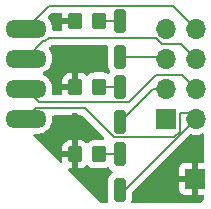
<source format=gbr>
%TF.GenerationSoftware,KiCad,Pcbnew,8.0.6*%
%TF.CreationDate,2025-01-04T22:08:08+01:00*%
%TF.ProjectId,hall-tester,68616c6c-2d74-4657-9374-65722e6b6963,rev?*%
%TF.SameCoordinates,Original*%
%TF.FileFunction,Copper,L1,Top*%
%TF.FilePolarity,Positive*%
%FSLAX46Y46*%
G04 Gerber Fmt 4.6, Leading zero omitted, Abs format (unit mm)*
G04 Created by KiCad (PCBNEW 8.0.6) date 2025-01-04 22:08:08*
%MOMM*%
%LPD*%
G01*
G04 APERTURE LIST*
G04 Aperture macros list*
%AMRoundRect*
0 Rectangle with rounded corners*
0 $1 Rounding radius*
0 $2 $3 $4 $5 $6 $7 $8 $9 X,Y pos of 4 corners*
0 Add a 4 corners polygon primitive as box body*
4,1,4,$2,$3,$4,$5,$6,$7,$8,$9,$2,$3,0*
0 Add four circle primitives for the rounded corners*
1,1,$1+$1,$2,$3*
1,1,$1+$1,$4,$5*
1,1,$1+$1,$6,$7*
1,1,$1+$1,$8,$9*
0 Add four rect primitives between the rounded corners*
20,1,$1+$1,$2,$3,$4,$5,0*
20,1,$1+$1,$4,$5,$6,$7,0*
20,1,$1+$1,$6,$7,$8,$9,0*
20,1,$1+$1,$8,$9,$2,$3,0*%
G04 Aperture macros list end*
%TA.AperFunction,ComponentPad*%
%ADD10O,1.700000X1.700000*%
%TD*%
%TA.AperFunction,ComponentPad*%
%ADD11R,1.700000X1.700000*%
%TD*%
%TA.AperFunction,SMDPad,CuDef*%
%ADD12RoundRect,0.250000X-0.350000X-0.450000X0.350000X-0.450000X0.350000X0.450000X-0.350000X0.450000X0*%
%TD*%
%TA.AperFunction,SMDPad,CuDef*%
%ADD13RoundRect,0.250000X-0.250000X0.750000X-0.250000X-0.750000X0.250000X-0.750000X0.250000X0.750000X0*%
%TD*%
%TA.AperFunction,SMDPad,CuDef*%
%ADD14O,3.500000X1.524000*%
%TD*%
%TA.AperFunction,ViaPad*%
%ADD15C,0.600000*%
%TD*%
%TA.AperFunction,Conductor*%
%ADD16C,0.200000*%
%TD*%
G04 APERTURE END LIST*
D10*
%TO.P,J1,8,Pin_8*%
%TO.N,Net-(J1-Pin_8)*%
X108015000Y-60960000D03*
%TO.P,J1,7,Pin_7*%
%TO.N,Net-(J1-Pin_7)*%
X105475000Y-60960000D03*
%TO.P,J1,6,Pin_6*%
%TO.N,Net-(J1-Pin_6)*%
X108015000Y-63500000D03*
%TO.P,J1,5,Pin_5*%
%TO.N,Net-(D3-A)*%
X105475000Y-63500000D03*
%TO.P,J1,4,Pin_4*%
%TO.N,Net-(J1-Pin_4)*%
X108015000Y-66040000D03*
%TO.P,J1,3,Pin_3*%
%TO.N,Net-(D2-A)*%
X105475000Y-66040000D03*
%TO.P,J1,2,Pin_2*%
%TO.N,Net-(D1-A)*%
X108015000Y-68580000D03*
D11*
%TO.P,J1,1,Pin_1*%
%TO.N,Net-(J1-Pin_1)*%
X105475000Y-68580000D03*
%TD*%
D12*
%TO.P,R3,1*%
%TO.N,GND*%
X97790000Y-60325000D03*
%TO.P,R3,2*%
%TO.N,Net-(D3-K)*%
X99790000Y-60325000D03*
%TD*%
%TO.P,R2,1*%
%TO.N,GND*%
X97790000Y-65865000D03*
%TO.P,R2,2*%
%TO.N,Net-(D2-K)*%
X99790000Y-65865000D03*
%TD*%
%TO.P,R1,1*%
%TO.N,GND*%
X97790000Y-71580000D03*
%TO.P,R1,2*%
%TO.N,Net-(D1-K)*%
X99790000Y-71580000D03*
%TD*%
D11*
%TO.P,J3,1,Pin_1*%
%TO.N,GND*%
X107950000Y-73660000D03*
%TD*%
D13*
%TO.P,D3,1,K*%
%TO.N,Net-(D3-K)*%
X101568000Y-60325000D03*
%TO.P,D3,2,A*%
%TO.N,Net-(D3-A)*%
X101568000Y-63325000D03*
%TD*%
%TO.P,D2,1,K*%
%TO.N,Net-(D2-K)*%
X101568000Y-65865000D03*
%TO.P,D2,2,A*%
%TO.N,Net-(D2-A)*%
X101568000Y-68865000D03*
%TD*%
%TO.P,D1,1,K*%
%TO.N,Net-(D1-K)*%
X101568000Y-71604000D03*
%TO.P,D1,2,A*%
%TO.N,Net-(D1-A)*%
X101568000Y-74604000D03*
%TD*%
D14*
%TO.P,J2,8,Pin_8*%
%TO.N,Net-(J1-Pin_8)*%
X93599000Y-60960000D03*
%TO.P,J2,6,Pin_6*%
%TO.N,Net-(J1-Pin_6)*%
X93599000Y-63500000D03*
%TO.P,J2,4,Pin_4*%
%TO.N,Net-(J1-Pin_4)*%
X93599000Y-66040000D03*
%TO.P,J2,2,Pin_2*%
%TO.N,Net-(D1-A)*%
X93599000Y-68580000D03*
%TD*%
D15*
%TO.N,GND*%
X97790000Y-68326000D03*
X97790000Y-62865000D03*
X97790000Y-71580000D03*
X97790000Y-65865000D03*
X97790000Y-60325000D03*
%TD*%
D16*
%TO.N,Net-(D1-A)*%
X93599000Y-68580000D02*
X94488000Y-67691000D01*
X94488000Y-67691000D02*
X98609256Y-67691000D01*
X101083256Y-70165000D02*
X106190000Y-70165000D01*
X98609256Y-67691000D02*
X101083256Y-70165000D01*
X106190000Y-70165000D02*
X106625000Y-69730000D01*
X106625000Y-69730000D02*
X106625000Y-68072000D01*
X106625000Y-68072000D02*
X107507000Y-68072000D01*
X107507000Y-68072000D02*
X108015000Y-68580000D01*
%TO.N,Net-(J1-Pin_4)*%
X93599000Y-66040000D02*
X94742000Y-67183000D01*
X94742000Y-67183000D02*
X102362000Y-67183000D01*
X102362000Y-67183000D02*
X104655000Y-64890000D01*
X104655000Y-64890000D02*
X106865000Y-64890000D01*
X106865000Y-64890000D02*
X108015000Y-66040000D01*
%TO.N,Net-(J1-Pin_6)*%
X95550080Y-61722000D02*
X104610654Y-61722000D01*
%TO.N,Net-(J1-Pin_8)*%
X95534000Y-59025000D02*
X106080000Y-59025000D01*
%TO.N,GND*%
X97790000Y-68326000D02*
X97790000Y-71580000D01*
X97790000Y-62865000D02*
X97790000Y-65865000D01*
%TO.N,Net-(J1-Pin_6)*%
X106745000Y-62230000D02*
X108015000Y-63500000D01*
X104610654Y-61722000D02*
X105118654Y-62230000D01*
X105118654Y-62230000D02*
X106745000Y-62230000D01*
%TO.N,Net-(J1-Pin_8)*%
X106080000Y-59025000D02*
X108015000Y-60960000D01*
%TO.N,Net-(D3-K)*%
X101568000Y-60325000D02*
X99790000Y-60325000D01*
%TO.N,Net-(D2-K)*%
X101568000Y-65865000D02*
X99790000Y-65865000D01*
%TO.N,Net-(D1-K)*%
X101568000Y-71604000D02*
X99814000Y-71604000D01*
X99814000Y-71604000D02*
X99790000Y-71580000D01*
%TO.N,Net-(D1-A)*%
X101568000Y-74604000D02*
X101991000Y-74604000D01*
X101991000Y-74604000D02*
X108015000Y-68580000D01*
%TO.N,Net-(D2-A)*%
X101568000Y-68865000D02*
X104393000Y-66040000D01*
X104393000Y-66040000D02*
X105475000Y-66040000D01*
%TO.N,Net-(D3-A)*%
X101568000Y-63325000D02*
X105299999Y-63325000D01*
X105299999Y-63325000D02*
X105475000Y-63500001D01*
%TO.N,Net-(J1-Pin_6)*%
X93599000Y-63500000D02*
X95077000Y-62022000D01*
X95077000Y-62022000D02*
X95250080Y-62022000D01*
X95250080Y-62022000D02*
X95550080Y-61722000D01*
%TO.N,Net-(J1-Pin_8)*%
X93599000Y-60960000D02*
X95534000Y-59025000D01*
%TD*%
%TA.AperFunction,Conductor*%
%TO.N,GND*%
G36*
X98376198Y-68311185D02*
G01*
X98396840Y-68327819D01*
X100236840Y-70167819D01*
X100270325Y-70229142D01*
X100265341Y-70298834D01*
X100223469Y-70354767D01*
X100158005Y-70379184D01*
X100149159Y-70379500D01*
X99389998Y-70379500D01*
X99389980Y-70379501D01*
X99287203Y-70390000D01*
X99287200Y-70390001D01*
X99120668Y-70445185D01*
X99120663Y-70445187D01*
X98971345Y-70537287D01*
X98877327Y-70631305D01*
X98816003Y-70664789D01*
X98746312Y-70659805D01*
X98701965Y-70631304D01*
X98608345Y-70537684D01*
X98459124Y-70445643D01*
X98459119Y-70445641D01*
X98292697Y-70390494D01*
X98292690Y-70390493D01*
X98189986Y-70380000D01*
X98040000Y-70380000D01*
X98040000Y-72779999D01*
X98189972Y-72779999D01*
X98189986Y-72779998D01*
X98292697Y-72769505D01*
X98459119Y-72714358D01*
X98459124Y-72714356D01*
X98608342Y-72622317D01*
X98701964Y-72528695D01*
X98763287Y-72495210D01*
X98832979Y-72500194D01*
X98877327Y-72528695D01*
X98971344Y-72622712D01*
X99120666Y-72714814D01*
X99287203Y-72769999D01*
X99389991Y-72780500D01*
X100190008Y-72780499D01*
X100190016Y-72780498D01*
X100190019Y-72780498D01*
X100246302Y-72774748D01*
X100292797Y-72769999D01*
X100459334Y-72714814D01*
X100498268Y-72690799D01*
X100565659Y-72672359D01*
X100632322Y-72693281D01*
X100668903Y-72731241D01*
X100725288Y-72822656D01*
X100849344Y-72946712D01*
X100933243Y-72998461D01*
X100979967Y-73050409D01*
X100991190Y-73119372D01*
X100963346Y-73183454D01*
X100933243Y-73209539D01*
X100849342Y-73261289D01*
X100725289Y-73385342D01*
X100633187Y-73534663D01*
X100633186Y-73534666D01*
X100578001Y-73701203D01*
X100578001Y-73701204D01*
X100578000Y-73701204D01*
X100567500Y-73803983D01*
X100567500Y-75404001D01*
X100567501Y-75404018D01*
X100578000Y-75506796D01*
X100578001Y-75506799D01*
X100587842Y-75536496D01*
X100590244Y-75606324D01*
X100554512Y-75666366D01*
X100491992Y-75697559D01*
X100470136Y-75699500D01*
X99953676Y-75699500D01*
X99886637Y-75679815D01*
X99865995Y-75663181D01*
X97182942Y-72980128D01*
X97149457Y-72918805D01*
X97154441Y-72849113D01*
X97196313Y-72793180D01*
X97261777Y-72768763D01*
X97283226Y-72769089D01*
X97390019Y-72779999D01*
X97539999Y-72779999D01*
X97540000Y-72779998D01*
X97540000Y-71830000D01*
X96690001Y-71830000D01*
X96690001Y-72079989D01*
X96700910Y-72186775D01*
X96688140Y-72255468D01*
X96640259Y-72306352D01*
X96572469Y-72323272D01*
X96506293Y-72300856D01*
X96489871Y-72287057D01*
X95282827Y-71080013D01*
X96690000Y-71080013D01*
X96690000Y-71330000D01*
X97540000Y-71330000D01*
X97540000Y-70380000D01*
X97390027Y-70380000D01*
X97390012Y-70380001D01*
X97287302Y-70390494D01*
X97120880Y-70445641D01*
X97120875Y-70445643D01*
X96971654Y-70537684D01*
X96847684Y-70661654D01*
X96755643Y-70810875D01*
X96755641Y-70810880D01*
X96700494Y-70977302D01*
X96700493Y-70977309D01*
X96690000Y-71080013D01*
X95282827Y-71080013D01*
X94256995Y-70054181D01*
X94223510Y-69992858D01*
X94228494Y-69923166D01*
X94270366Y-69867233D01*
X94335830Y-69842816D01*
X94344676Y-69842500D01*
X94686360Y-69842500D01*
X94686361Y-69842500D01*
X94882636Y-69811413D01*
X95071632Y-69750005D01*
X95248694Y-69659787D01*
X95409464Y-69542981D01*
X95549981Y-69402464D01*
X95666787Y-69241694D01*
X95757005Y-69064632D01*
X95818413Y-68875636D01*
X95849500Y-68679361D01*
X95849500Y-68480639D01*
X95842255Y-68434897D01*
X95851209Y-68365605D01*
X95896205Y-68312153D01*
X95962957Y-68291513D01*
X95964728Y-68291500D01*
X98309159Y-68291500D01*
X98376198Y-68311185D01*
G37*
%TD.AperFunction*%
%TA.AperFunction,Conductor*%
G36*
X108675956Y-69841884D02*
G01*
X108714196Y-69900360D01*
X108719500Y-69936239D01*
X108719500Y-72186000D01*
X108699815Y-72253039D01*
X108647011Y-72298794D01*
X108595500Y-72310000D01*
X108200000Y-72310000D01*
X108200000Y-73226988D01*
X108142993Y-73194075D01*
X108015826Y-73160000D01*
X107884174Y-73160000D01*
X107757007Y-73194075D01*
X107700000Y-73226988D01*
X107700000Y-72310000D01*
X107052155Y-72310000D01*
X106992627Y-72316401D01*
X106992620Y-72316403D01*
X106857913Y-72366645D01*
X106857906Y-72366649D01*
X106742812Y-72452809D01*
X106742809Y-72452812D01*
X106656649Y-72567906D01*
X106656645Y-72567913D01*
X106606403Y-72702620D01*
X106606401Y-72702627D01*
X106600000Y-72762155D01*
X106600000Y-73410000D01*
X107516988Y-73410000D01*
X107484075Y-73467007D01*
X107450000Y-73594174D01*
X107450000Y-73725826D01*
X107484075Y-73852993D01*
X107516988Y-73910000D01*
X106600000Y-73910000D01*
X106600000Y-74557844D01*
X106606401Y-74617372D01*
X106606403Y-74617379D01*
X106656645Y-74752086D01*
X106656649Y-74752093D01*
X106742809Y-74867187D01*
X106742812Y-74867190D01*
X106857906Y-74953350D01*
X106857913Y-74953354D01*
X106992620Y-75003596D01*
X106992627Y-75003598D01*
X107052155Y-75009999D01*
X107052172Y-75010000D01*
X107700000Y-75010000D01*
X107700000Y-74093012D01*
X107757007Y-74125925D01*
X107884174Y-74160000D01*
X108015826Y-74160000D01*
X108142993Y-74125925D01*
X108200000Y-74093012D01*
X108200000Y-75010000D01*
X108595500Y-75010000D01*
X108662539Y-75029685D01*
X108708294Y-75082489D01*
X108719500Y-75134000D01*
X108719500Y-75306324D01*
X108699815Y-75373363D01*
X108683181Y-75394005D01*
X108414005Y-75663181D01*
X108352682Y-75696666D01*
X108326324Y-75699500D01*
X102665863Y-75699500D01*
X102598824Y-75679815D01*
X102553069Y-75627011D01*
X102543125Y-75557853D01*
X102548154Y-75536505D01*
X102557999Y-75506797D01*
X102568500Y-75404009D01*
X102568499Y-74927095D01*
X102588183Y-74860057D01*
X102604813Y-74839420D01*
X107531470Y-69912763D01*
X107592791Y-69879280D01*
X107651238Y-69880670D01*
X107779592Y-69915063D01*
X107967918Y-69931539D01*
X108014999Y-69935659D01*
X108015000Y-69935659D01*
X108015001Y-69935659D01*
X108054234Y-69932226D01*
X108250408Y-69915063D01*
X108478663Y-69853903D01*
X108543097Y-69823856D01*
X108612172Y-69813365D01*
X108675956Y-69841884D01*
G37*
%TD.AperFunction*%
%TA.AperFunction,Conductor*%
G36*
X100517912Y-62342185D02*
G01*
X100563667Y-62394989D01*
X100574231Y-62459102D01*
X100567500Y-62524981D01*
X100567500Y-64125001D01*
X100567501Y-64125018D01*
X100578000Y-64227796D01*
X100578001Y-64227799D01*
X100633185Y-64394331D01*
X100633189Y-64394340D01*
X100716805Y-64529904D01*
X100735245Y-64597296D01*
X100716805Y-64660096D01*
X100679627Y-64720372D01*
X100627680Y-64767097D01*
X100558717Y-64778320D01*
X100508992Y-64760815D01*
X100475167Y-64739952D01*
X100459336Y-64730187D01*
X100459331Y-64730185D01*
X100429717Y-64720372D01*
X100292797Y-64675001D01*
X100292795Y-64675000D01*
X100190010Y-64664500D01*
X99389998Y-64664500D01*
X99389980Y-64664501D01*
X99287203Y-64675000D01*
X99287200Y-64675001D01*
X99120668Y-64730185D01*
X99120663Y-64730187D01*
X98971345Y-64822287D01*
X98877327Y-64916305D01*
X98816003Y-64949789D01*
X98746312Y-64944805D01*
X98701965Y-64916304D01*
X98608345Y-64822684D01*
X98459124Y-64730643D01*
X98459119Y-64730641D01*
X98292697Y-64675494D01*
X98292690Y-64675493D01*
X98189986Y-64665000D01*
X98040000Y-64665000D01*
X98040000Y-65991000D01*
X98020315Y-66058039D01*
X97967511Y-66103794D01*
X97916000Y-66115000D01*
X96690001Y-66115000D01*
X96690001Y-66364989D01*
X96698267Y-66445899D01*
X96685497Y-66514592D01*
X96637616Y-66565476D01*
X96574909Y-66582500D01*
X95908874Y-66582500D01*
X95841835Y-66562815D01*
X95796080Y-66510011D01*
X95786136Y-66440853D01*
X95790943Y-66420182D01*
X95801581Y-66387438D01*
X95818413Y-66335636D01*
X95849500Y-66139361D01*
X95849500Y-65940639D01*
X95818413Y-65744364D01*
X95787709Y-65649866D01*
X95757006Y-65555370D01*
X95757005Y-65555367D01*
X95666786Y-65378305D01*
X95657129Y-65365013D01*
X96690000Y-65365013D01*
X96690000Y-65615000D01*
X97540000Y-65615000D01*
X97540000Y-64665000D01*
X97390027Y-64665000D01*
X97390012Y-64665001D01*
X97287302Y-64675494D01*
X97120880Y-64730641D01*
X97120875Y-64730643D01*
X96971654Y-64822684D01*
X96847684Y-64946654D01*
X96755643Y-65095875D01*
X96755641Y-65095880D01*
X96700494Y-65262302D01*
X96700493Y-65262309D01*
X96690000Y-65365013D01*
X95657129Y-65365013D01*
X95582433Y-65262203D01*
X95549981Y-65217536D01*
X95409464Y-65077019D01*
X95248694Y-64960213D01*
X95092218Y-64880484D01*
X95041423Y-64832510D01*
X95024628Y-64764689D01*
X95047165Y-64698554D01*
X95092218Y-64659515D01*
X95248694Y-64579787D01*
X95409464Y-64462981D01*
X95549981Y-64322464D01*
X95666787Y-64161694D01*
X95757005Y-63984632D01*
X95818413Y-63795636D01*
X95849500Y-63599361D01*
X95849500Y-63400639D01*
X95818413Y-63204364D01*
X95757005Y-63015368D01*
X95757005Y-63015367D01*
X95725762Y-62954052D01*
X95666787Y-62838306D01*
X95643532Y-62806298D01*
X95561683Y-62693642D01*
X95538203Y-62627836D01*
X95554028Y-62559782D01*
X95600001Y-62513370D01*
X95618796Y-62502520D01*
X95730600Y-62390716D01*
X95730600Y-62390714D01*
X95740808Y-62380507D01*
X95740812Y-62380502D01*
X95762498Y-62358817D01*
X95823822Y-62325333D01*
X95850177Y-62322500D01*
X100450873Y-62322500D01*
X100517912Y-62342185D01*
G37*
%TD.AperFunction*%
%TA.AperFunction,Conductor*%
G36*
X96640109Y-59645185D02*
G01*
X96685864Y-59697989D01*
X96696428Y-59762103D01*
X96690000Y-59825013D01*
X96690000Y-60075000D01*
X97916000Y-60075000D01*
X97983039Y-60094685D01*
X98028794Y-60147489D01*
X98040000Y-60199000D01*
X98040000Y-60451000D01*
X98020315Y-60518039D01*
X97967511Y-60563794D01*
X97916000Y-60575000D01*
X96690001Y-60575000D01*
X96690001Y-60824986D01*
X96700494Y-60927697D01*
X96710700Y-60958496D01*
X96713102Y-61028324D01*
X96677370Y-61088366D01*
X96614850Y-61119559D01*
X96592994Y-61121500D01*
X95973500Y-61121500D01*
X95906461Y-61101815D01*
X95860706Y-61049011D01*
X95849500Y-60997500D01*
X95849500Y-60860639D01*
X95818413Y-60664364D01*
X95770870Y-60518039D01*
X95757006Y-60475370D01*
X95757005Y-60475367D01*
X95666786Y-60298305D01*
X95655064Y-60282171D01*
X95549981Y-60137536D01*
X95498021Y-60085576D01*
X95464536Y-60024253D01*
X95469520Y-59954561D01*
X95498021Y-59910214D01*
X95746416Y-59661819D01*
X95807739Y-59628334D01*
X95834097Y-59625500D01*
X96573070Y-59625500D01*
X96640109Y-59645185D01*
G37*
%TD.AperFunction*%
%TD*%
M02*

</source>
